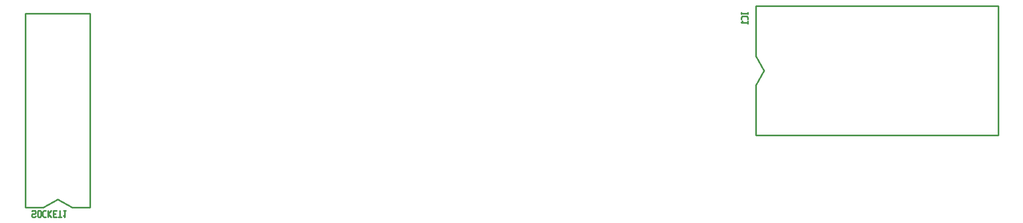
<source format=gbr>
G04 start of page 15 for group -4078 idx -4078 *
G04 Title: (unknown), bottomsilk *
G04 Creator: pcb 20110918 *
G04 CreationDate: Tue 14 Jan 2014 03:41:54 PM GMT UTC *
G04 For: vince *
G04 Format: Gerber/RS-274X *
G04 PCB-Dimensions: 1000000 160000 *
G04 PCB-Coordinate-Origin: lower left *
%MOIN*%
%FSLAX25Y25*%
%LNBOTTOMSILK*%
%ADD96C,0.0100*%
G54D96*X38000Y136000D02*Y16000D01*
Y136000D02*X78000D01*
Y16000D01*
X67000D02*X78000D01*
X67000D02*X58000Y21000D01*
X49000Y16000D01*
X38000D02*X49000D01*
X490000Y140500D02*X640000D01*
Y60500D01*
X490000D02*X640000D01*
X490000Y91500D02*Y60500D01*
Y91500D02*X495000Y100500D01*
X490000Y109500D01*
Y140500D02*Y109500D01*
X481000Y135500D02*Y136500D01*
Y136000D02*X485000D01*
Y135500D02*Y136500D01*
Y132300D02*Y133600D01*
X484300Y134300D02*X485000Y133600D01*
X481700Y134300D02*X484300D01*
X481700D02*X481000Y133600D01*
Y132300D02*Y133600D01*
X481800Y131100D02*X481000Y130300D01*
X485000D01*
Y129600D02*Y131100D01*
X44000Y10000D02*X44500Y10500D01*
X42500Y10000D02*X44000D01*
X42000Y10500D02*X42500Y10000D01*
X42000Y10500D02*Y11500D01*
X42500Y12000D01*
X44000D01*
X44500Y12500D01*
Y13500D01*
X44000Y14000D02*X44500Y13500D01*
X42500Y14000D02*X44000D01*
X42000Y13500D02*X42500Y14000D01*
X45700Y10500D02*Y13500D01*
Y10500D02*X46200Y10000D01*
X47200D01*
X47700Y10500D01*
Y13500D01*
X47200Y14000D02*X47700Y13500D01*
X46200Y14000D02*X47200D01*
X45700Y13500D02*X46200Y14000D01*
X49600D02*X50900D01*
X48900Y13300D02*X49600Y14000D01*
X48900Y10700D02*Y13300D01*
Y10700D02*X49600Y10000D01*
X50900D01*
X52100D02*Y14000D01*
Y12000D02*X54100Y10000D01*
X52100Y12000D02*X54100Y14000D01*
X55300Y11800D02*X56800D01*
X55300Y14000D02*X57300D01*
X55300Y10000D02*Y14000D01*
Y10000D02*X57300D01*
X58500D02*X60500D01*
X59500D02*Y14000D01*
X61700Y10800D02*X62500Y10000D01*
Y14000D01*
X61700D02*X63200D01*
M02*

</source>
